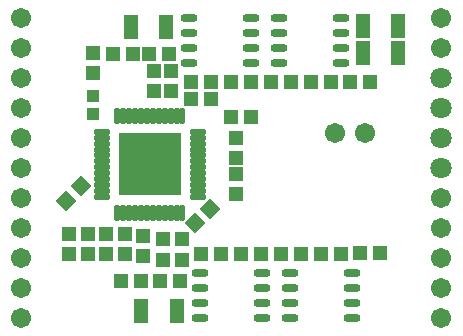
<source format=gts>
G04 Layer_Color=8388736*
%FSLAX25Y25*%
%MOIN*%
G70*
G01*
G75*
G04:AMPARAMS|DCode=38|XSize=47.37mil|YSize=51.31mil|CornerRadius=0mil|HoleSize=0mil|Usage=FLASHONLY|Rotation=225.000|XOffset=0mil|YOffset=0mil|HoleType=Round|Shape=Rectangle|*
%AMROTATEDRECTD38*
4,1,4,-0.00139,0.03489,0.03489,-0.00139,0.00139,-0.03489,-0.03489,0.00139,-0.00139,0.03489,0.0*
%
%ADD38ROTATEDRECTD38*%

%ADD39R,0.05131X0.04737*%
%ADD40R,0.04737X0.05131*%
%ADD41R,0.05131X0.07887*%
%ADD42R,0.03950X0.03950*%
%ADD43O,0.02178X0.05524*%
%ADD44O,0.05524X0.02178*%
%ADD45R,0.20879X0.20879*%
%ADD46O,0.05721X0.02965*%
%ADD47C,0.07099*%
%ADD48C,0.06706*%
%ADD49C,0.02768*%
D38*
X-120134Y-56134D02*
D03*
X-124866Y-60866D02*
D03*
X-81872Y-68466D02*
D03*
X-77139Y-63734D02*
D03*
D39*
X-95700Y-24347D02*
D03*
Y-17653D02*
D03*
X-105500Y-72154D02*
D03*
Y-78847D02*
D03*
X-86400Y-80546D02*
D03*
Y-73853D02*
D03*
X-99333Y-72654D02*
D03*
Y-79347D02*
D03*
X-92567Y-73853D02*
D03*
Y-80546D02*
D03*
X-90000Y-24347D02*
D03*
Y-17653D02*
D03*
X-68300Y-51954D02*
D03*
Y-58647D02*
D03*
Y-46646D02*
D03*
Y-39954D02*
D03*
X-124000Y-78847D02*
D03*
Y-72154D02*
D03*
X-117833D02*
D03*
Y-78847D02*
D03*
X-111667D02*
D03*
Y-72154D02*
D03*
X-116000Y-11654D02*
D03*
Y-18347D02*
D03*
D40*
X-76653Y-27000D02*
D03*
X-83346D02*
D03*
X-69996Y-33000D02*
D03*
X-63303D02*
D03*
X-26893Y-78500D02*
D03*
X-20200D02*
D03*
X-30347Y-21200D02*
D03*
X-23653D02*
D03*
X-33450Y-78800D02*
D03*
X-40143D02*
D03*
X-66643D02*
D03*
X-59950D02*
D03*
X-49987Y-21200D02*
D03*
X-56680D02*
D03*
X-83346Y-21500D02*
D03*
X-76653D02*
D03*
X-87154Y-87600D02*
D03*
X-93846D02*
D03*
X-106846D02*
D03*
X-100154D02*
D03*
X-90654Y-12000D02*
D03*
X-97347D02*
D03*
X-109346D02*
D03*
X-102654D02*
D03*
X-53393Y-78800D02*
D03*
X-46700D02*
D03*
X-73200Y-78800D02*
D03*
X-79893D02*
D03*
X-43347Y-21200D02*
D03*
X-36654D02*
D03*
X-63320D02*
D03*
X-70013D02*
D03*
D41*
X-26006Y-11800D02*
D03*
X-14195D02*
D03*
X-26006Y-2800D02*
D03*
X-14195D02*
D03*
X-88095Y-97600D02*
D03*
X-99906D02*
D03*
X-91594Y-3000D02*
D03*
X-103405D02*
D03*
D42*
X-116000Y-26047D02*
D03*
Y-31953D02*
D03*
D43*
X-86215Y-32645D02*
D03*
X-88183D02*
D03*
X-90152D02*
D03*
X-92120D02*
D03*
X-94089D02*
D03*
X-96057D02*
D03*
X-98026D02*
D03*
X-99994D02*
D03*
X-101963D02*
D03*
X-103931D02*
D03*
X-105900D02*
D03*
X-107868D02*
D03*
Y-64928D02*
D03*
X-105900D02*
D03*
X-103931D02*
D03*
X-101963D02*
D03*
X-99994D02*
D03*
X-98026D02*
D03*
X-96057D02*
D03*
X-94089D02*
D03*
X-92120D02*
D03*
X-90152D02*
D03*
X-88183D02*
D03*
X-86215D02*
D03*
D44*
X-113183Y-37960D02*
D03*
Y-39928D02*
D03*
Y-41897D02*
D03*
Y-43865D02*
D03*
Y-45834D02*
D03*
Y-47802D02*
D03*
Y-49771D02*
D03*
Y-51739D02*
D03*
Y-53708D02*
D03*
Y-55676D02*
D03*
Y-57645D02*
D03*
Y-59613D02*
D03*
X-80900D02*
D03*
Y-57645D02*
D03*
Y-55676D02*
D03*
Y-53708D02*
D03*
Y-51739D02*
D03*
Y-49771D02*
D03*
Y-47802D02*
D03*
Y-45834D02*
D03*
Y-43865D02*
D03*
Y-41897D02*
D03*
Y-39928D02*
D03*
Y-37960D02*
D03*
D45*
X-97042Y-48787D02*
D03*
D46*
X-29768Y-100100D02*
D03*
Y-95100D02*
D03*
Y-90100D02*
D03*
Y-85100D02*
D03*
X-50438Y-100100D02*
D03*
Y-95100D02*
D03*
Y-90100D02*
D03*
Y-85100D02*
D03*
X-59768Y-100100D02*
D03*
Y-95100D02*
D03*
Y-90100D02*
D03*
Y-85100D02*
D03*
X-80438Y-100100D02*
D03*
Y-95100D02*
D03*
Y-90100D02*
D03*
Y-85100D02*
D03*
X-33268Y-14900D02*
D03*
Y-9900D02*
D03*
Y-4900D02*
D03*
Y100D02*
D03*
X-53938Y-14900D02*
D03*
Y-9900D02*
D03*
Y-4900D02*
D03*
Y100D02*
D03*
X-63268Y-14900D02*
D03*
Y-9900D02*
D03*
Y-4900D02*
D03*
Y100D02*
D03*
X-83938Y-14900D02*
D03*
Y-9900D02*
D03*
Y-4900D02*
D03*
Y100D02*
D03*
D47*
X0Y-50000D02*
D03*
Y-40000D02*
D03*
Y-30000D02*
D03*
Y-20000D02*
D03*
D48*
X-140000Y-60000D02*
D03*
Y-100000D02*
D03*
Y-90000D02*
D03*
Y-80000D02*
D03*
Y-70000D02*
D03*
Y-20000D02*
D03*
Y-30000D02*
D03*
Y-40000D02*
D03*
Y-50000D02*
D03*
X0Y-80000D02*
D03*
Y-100000D02*
D03*
Y-90000D02*
D03*
X-140000Y0D02*
D03*
Y-10000D02*
D03*
X0Y0D02*
D03*
Y-10000D02*
D03*
Y-60000D02*
D03*
Y-70000D02*
D03*
X-35268Y-38400D02*
D03*
X-25268D02*
D03*
D49*
X-88380Y-40125D02*
D03*
Y-44456D02*
D03*
Y-48787D02*
D03*
Y-53117D02*
D03*
Y-57448D02*
D03*
X-92711Y-40125D02*
D03*
Y-44456D02*
D03*
Y-48787D02*
D03*
Y-53117D02*
D03*
Y-57448D02*
D03*
X-97042Y-40125D02*
D03*
Y-44456D02*
D03*
Y-48787D02*
D03*
Y-53117D02*
D03*
Y-57448D02*
D03*
X-101372Y-40125D02*
D03*
Y-44456D02*
D03*
Y-48787D02*
D03*
Y-53117D02*
D03*
Y-57448D02*
D03*
X-105703Y-40125D02*
D03*
Y-44456D02*
D03*
Y-48787D02*
D03*
Y-53117D02*
D03*
Y-57448D02*
D03*
M02*

</source>
